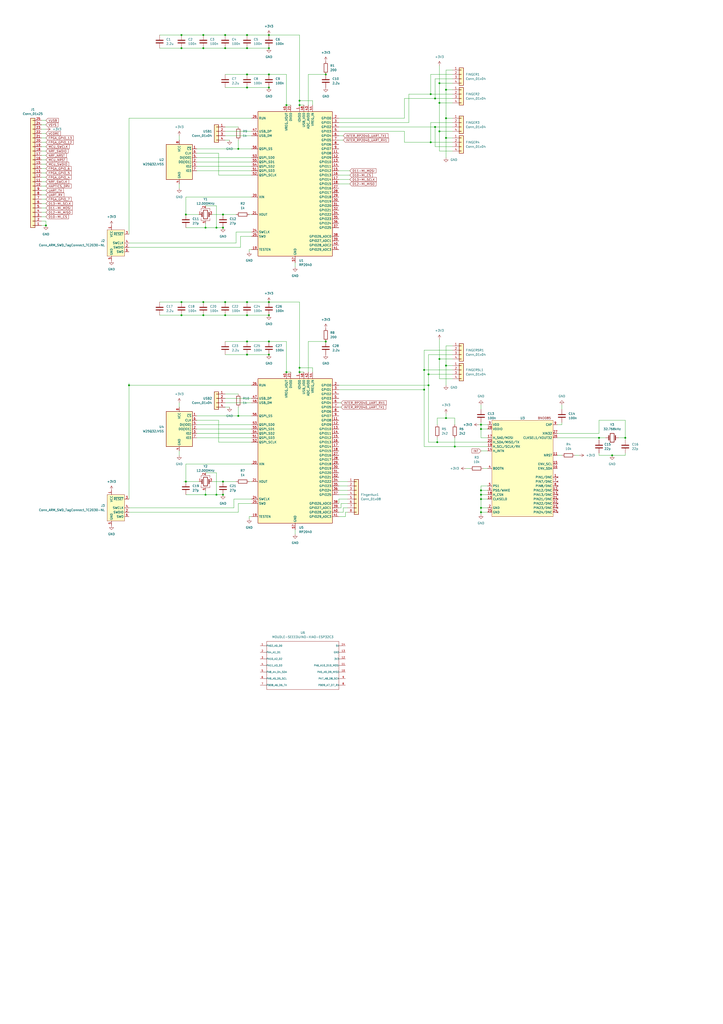
<source format=kicad_sch>
(kicad_sch (version 20230121) (generator eeschema)
  (paper "A2" portrait)
  (junction (at 107.95 124.46))
  (junction (at 107.95 279.4))
  (junction (at 125.73 287.02))
  (junction (at 279.4 287.02))
  (junction (at 166.37 60.96))
  (junction (at 173.99 213.36))
  (junction (at 119.38 287.02))
  (junction (at 279.4 297.18))
  (junction (at 264.16 259.08))
  (junction (at 130.81 182.88))
  (junction (at 138.43 241.3))
  (junction (at 143.51 205.74))
  (junction (at 166.37 215.9))
  (junction (at 259.08 68.58))
  (junction (at 252.73 73.66))
  (junction (at 363.22 254))
  (junction (at 259.08 242.57))
  (junction (at 105.41 182.88))
  (junction (at 105.41 20.32))
  (junction (at 118.11 182.88))
  (junction (at 143.51 20.32))
  (junction (at 118.11 175.26))
  (junction (at 105.41 175.26))
  (junction (at 173.99 58.42))
  (junction (at 248.92 223.52))
  (junction (at 129.54 124.46))
  (junction (at 173.99 215.9))
  (junction (at 156.21 198.12))
  (junction (at 259.08 80.01))
  (junction (at 248.92 217.17))
  (junction (at 156.21 27.94))
  (junction (at 156.21 50.8))
  (junction (at 252.73 57.15))
  (junction (at 130.81 27.94))
  (junction (at 246.38 226.06))
  (junction (at 255.27 59.69))
  (junction (at 74.93 223.52))
  (junction (at 255.27 48.26))
  (junction (at 259.08 212.09))
  (junction (at 156.21 182.88))
  (junction (at 125.73 132.08))
  (junction (at 254 256.54))
  (junction (at 143.51 50.8))
  (junction (at 255.27 76.2))
  (junction (at 119.38 132.08))
  (junction (at 26.67 130.81))
  (junction (at 246.38 214.63))
  (junction (at 347.98 254))
  (junction (at 279.4 284.48))
  (junction (at 143.51 175.26))
  (junction (at 105.41 27.94))
  (junction (at 259.08 52.07))
  (junction (at 129.54 279.4))
  (junction (at 250.19 82.55))
  (junction (at 129.54 132.08))
  (junction (at 173.99 60.96))
  (junction (at 130.81 20.32))
  (junction (at 143.51 182.88))
  (junction (at 156.21 43.18))
  (junction (at 189.23 43.18))
  (junction (at 255.27 208.28))
  (junction (at 156.21 205.74))
  (junction (at 156.21 20.32))
  (junction (at 118.11 27.94))
  (junction (at 189.23 198.12))
  (junction (at 138.43 86.36))
  (junction (at 279.4 248.92))
  (junction (at 143.51 198.12))
  (junction (at 279.4 289.56))
  (junction (at 143.51 27.94))
  (junction (at 129.54 287.02))
  (junction (at 355.6 264.16))
  (junction (at 250.19 54.61))
  (junction (at 279.4 246.38))
  (junction (at 143.51 43.18))
  (junction (at 156.21 175.26))
  (junction (at 279.4 294.64))
  (junction (at 130.81 175.26))
  (junction (at 118.11 20.32))
  (wire (pts (xy 248.92 205.74) (xy 248.92 217.17)))
  (wire (pts (xy 129.54 279.4) (xy 137.16 279.4)))
  (wire (pts (xy 105.41 20.32) (xy 92.71 20.32)))
  (wire (pts (xy 279.4 284.48) (xy 279.4 287.02)))
  (wire (pts (xy 279.4 234.95) (xy 279.4 237.49)))
  (wire (pts (xy 130.81 20.32) (xy 118.11 20.32)))
  (wire (pts (xy 125.73 274.32) (xy 125.73 287.02)))
  (wire (pts (xy 196.85 99.06) (xy 203.2 99.06)))
  (wire (pts (xy 363.22 243.84) (xy 363.22 254)))
  (wire (pts (xy 173.99 215.9) (xy 176.53 215.9)))
  (wire (pts (xy 196.85 78.74) (xy 199.39 78.74)))
  (wire (pts (xy 114.3 243.84) (xy 127 243.84)))
  (wire (pts (xy 259.08 200.66) (xy 259.08 212.09)))
  (wire (pts (xy 74.93 143.51) (xy 139.7 143.51)))
  (wire (pts (xy 237.49 54.61) (xy 250.19 54.61)))
  (wire (pts (xy 114.3 88.9) (xy 127 88.9)))
  (wire (pts (xy 107.95 287.02) (xy 119.38 287.02)))
  (wire (pts (xy 351.79 254) (xy 347.98 254)))
  (wire (pts (xy 24.13 82.55) (xy 26.67 82.55)))
  (wire (pts (xy 246.38 214.63) (xy 246.38 226.06)))
  (wire (pts (xy 114.3 246.38) (xy 146.05 246.38)))
  (wire (pts (xy 234.95 68.58) (xy 234.95 57.15)))
  (wire (pts (xy 130.81 78.74) (xy 146.05 78.74)))
  (wire (pts (xy 143.51 50.8) (xy 156.21 50.8)))
  (wire (pts (xy 262.89 200.66) (xy 259.08 200.66)))
  (wire (pts (xy 347.98 262.89) (xy 347.98 264.16)))
  (wire (pts (xy 254 254) (xy 254 256.54)))
  (wire (pts (xy 323.85 264.16) (xy 326.39 264.16)))
  (wire (pts (xy 130.81 236.22) (xy 133.35 236.22)))
  (wire (pts (xy 24.13 113.03) (xy 26.67 113.03)))
  (wire (pts (xy 92.71 182.88) (xy 105.41 182.88)))
  (wire (pts (xy 107.95 279.4) (xy 115.57 279.4)))
  (wire (pts (xy 123.19 279.4) (xy 129.54 279.4)))
  (wire (pts (xy 105.41 27.94) (xy 118.11 27.94)))
  (wire (pts (xy 107.95 269.24) (xy 146.05 269.24)))
  (wire (pts (xy 283.21 281.94) (xy 279.4 281.94)))
  (wire (pts (xy 143.51 198.12) (xy 130.81 198.12)))
  (wire (pts (xy 119.38 287.02) (xy 125.73 287.02)))
  (wire (pts (xy 114.3 248.92) (xy 146.05 248.92)))
  (wire (pts (xy 123.19 124.46) (xy 129.54 124.46)))
  (wire (pts (xy 270.51 271.78) (xy 273.05 271.78)))
  (wire (pts (xy 279.4 246.38) (xy 279.4 245.11)))
  (wire (pts (xy 323.85 254) (xy 347.98 254)))
  (wire (pts (xy 255.27 76.2) (xy 255.27 87.63)))
  (wire (pts (xy 118.11 182.88) (xy 130.81 182.88)))
  (wire (pts (xy 237.49 71.12) (xy 237.49 54.61)))
  (wire (pts (xy 279.4 248.92) (xy 279.4 246.38)))
  (wire (pts (xy 24.13 128.27) (xy 26.67 128.27)))
  (wire (pts (xy 334.01 264.16) (xy 336.55 264.16)))
  (wire (pts (xy 259.08 240.03) (xy 259.08 242.57)))
  (wire (pts (xy 262.89 40.64) (xy 259.08 40.64)))
  (wire (pts (xy 262.89 212.09) (xy 259.08 212.09)))
  (wire (pts (xy 279.4 254) (xy 283.21 254)))
  (wire (pts (xy 262.89 54.61) (xy 250.19 54.61)))
  (wire (pts (xy 173.99 213.36) (xy 173.99 215.9)))
  (wire (pts (xy 278.13 246.38) (xy 279.4 246.38)))
  (wire (pts (xy 135.89 289.56) (xy 135.89 294.64)))
  (wire (pts (xy 92.71 27.94) (xy 105.41 27.94)))
  (wire (pts (xy 74.93 68.58) (xy 146.05 68.58)))
  (wire (pts (xy 173.99 213.36) (xy 181.61 213.36)))
  (wire (pts (xy 264.16 259.08) (xy 283.21 259.08)))
  (wire (pts (xy 74.93 222.25) (xy 74.93 223.52)))
  (wire (pts (xy 280.67 271.78) (xy 283.21 271.78)))
  (wire (pts (xy 355.6 264.16) (xy 363.22 264.16)))
  (wire (pts (xy 107.95 114.3) (xy 107.95 124.46)))
  (wire (pts (xy 279.4 287.02) (xy 283.21 287.02)))
  (wire (pts (xy 248.92 256.54) (xy 254 256.54)))
  (wire (pts (xy 181.61 215.9) (xy 181.61 213.36)))
  (wire (pts (xy 24.13 110.49) (xy 26.67 110.49)))
  (wire (pts (xy 24.13 90.17) (xy 26.67 90.17)))
  (wire (pts (xy 125.73 132.08) (xy 129.54 132.08)))
  (wire (pts (xy 199.39 297.18) (xy 199.39 294.64)))
  (wire (pts (xy 74.93 223.52) (xy 74.93 289.56)))
  (wire (pts (xy 166.37 43.18) (xy 156.21 43.18)))
  (wire (pts (xy 119.38 132.08) (xy 125.73 132.08)))
  (wire (pts (xy 234.95 82.55) (xy 250.19 82.55)))
  (wire (pts (xy 127 101.6) (xy 146.05 101.6)))
  (wire (pts (xy 156.21 198.12) (xy 143.51 198.12)))
  (wire (pts (xy 264.16 254) (xy 264.16 259.08)))
  (wire (pts (xy 114.3 254) (xy 146.05 254)))
  (wire (pts (xy 138.43 292.1) (xy 146.05 292.1)))
  (wire (pts (xy 196.85 223.52) (xy 248.92 223.52)))
  (wire (pts (xy 135.89 294.64) (xy 74.93 294.64)))
  (wire (pts (xy 104.14 233.68) (xy 104.14 236.22)))
  (wire (pts (xy 129.54 124.46) (xy 137.16 124.46)))
  (wire (pts (xy 262.89 59.69) (xy 255.27 59.69)))
  (wire (pts (xy 24.13 105.41) (xy 26.67 105.41)))
  (wire (pts (xy 144.78 299.72) (xy 146.05 299.72)))
  (wire (pts (xy 259.08 40.64) (xy 259.08 52.07)))
  (wire (pts (xy 254 256.54) (xy 283.21 256.54)))
  (wire (pts (xy 250.19 43.18) (xy 262.89 43.18)))
  (wire (pts (xy 105.41 182.88) (xy 118.11 182.88)))
  (wire (pts (xy 24.13 120.65) (xy 26.67 120.65)))
  (wire (pts (xy 130.81 231.14) (xy 146.05 231.14)))
  (wire (pts (xy 171.45 307.34) (xy 171.45 309.88)))
  (wire (pts (xy 156.21 20.32) (xy 143.51 20.32)))
  (wire (pts (xy 279.4 246.38) (xy 283.21 246.38)))
  (wire (pts (xy 130.81 228.6) (xy 138.43 228.6)))
  (wire (pts (xy 143.51 20.32) (xy 130.81 20.32)))
  (wire (pts (xy 130.81 76.2) (xy 146.05 76.2)))
  (wire (pts (xy 138.43 297.18) (xy 138.43 292.1)))
  (wire (pts (xy 144.78 144.78) (xy 146.05 144.78)))
  (wire (pts (xy 143.51 205.74) (xy 156.21 205.74)))
  (wire (pts (xy 114.3 96.52) (xy 146.05 96.52)))
  (wire (pts (xy 196.85 233.68) (xy 198.12 233.68)))
  (wire (pts (xy 24.13 118.11) (xy 26.67 118.11)))
  (wire (pts (xy 130.81 182.88) (xy 143.51 182.88)))
  (wire (pts (xy 24.13 77.47) (xy 26.67 77.47)))
  (wire (pts (xy 181.61 60.96) (xy 181.61 58.42)))
  (wire (pts (xy 166.37 198.12) (xy 166.37 215.9)))
  (wire (pts (xy 196.85 299.72) (xy 200.66 299.72)))
  (wire (pts (xy 196.85 106.68) (xy 203.2 106.68)))
  (wire (pts (xy 196.85 279.4) (xy 201.93 279.4)))
  (wire (pts (xy 24.13 125.73) (xy 26.67 125.73)))
  (wire (pts (xy 144.78 279.4) (xy 146.05 279.4)))
  (wire (pts (xy 198.12 292.1) (xy 201.93 292.1)))
  (wire (pts (xy 130.81 73.66) (xy 138.43 73.66)))
  (wire (pts (xy 196.85 101.6) (xy 203.2 101.6)))
  (wire (pts (xy 246.38 203.2) (xy 246.38 214.63)))
  (wire (pts (xy 24.13 87.63) (xy 26.67 87.63)))
  (wire (pts (xy 252.73 45.72) (xy 262.89 45.72)))
  (wire (pts (xy 196.85 236.22) (xy 198.12 236.22)))
  (wire (pts (xy 179.07 198.12) (xy 189.23 198.12)))
  (wire (pts (xy 283.21 294.64) (xy 279.4 294.64)))
  (wire (pts (xy 254 246.38) (xy 254 242.57)))
  (wire (pts (xy 125.73 119.38) (xy 125.73 132.08)))
  (wire (pts (xy 179.07 43.18) (xy 189.23 43.18)))
  (wire (pts (xy 137.16 134.62) (xy 137.16 140.97)))
  (wire (pts (xy 323.85 251.46) (xy 347.98 251.46)))
  (wire (pts (xy 347.98 264.16) (xy 355.6 264.16)))
  (wire (pts (xy 107.95 124.46) (xy 115.57 124.46)))
  (wire (pts (xy 156.21 198.12) (xy 166.37 198.12)))
  (wire (pts (xy 252.73 73.66) (xy 262.89 73.66)))
  (wire (pts (xy 196.85 297.18) (xy 199.39 297.18)))
  (wire (pts (xy 74.93 297.18) (xy 138.43 297.18)))
  (wire (pts (xy 143.51 43.18) (xy 130.81 43.18)))
  (wire (pts (xy 179.07 198.12) (xy 179.07 215.9)))
  (wire (pts (xy 144.78 124.46) (xy 146.05 124.46)))
  (wire (pts (xy 252.73 85.09) (xy 252.73 73.66)))
  (wire (pts (xy 279.4 297.18) (xy 283.21 297.18)))
  (wire (pts (xy 119.38 284.48) (xy 119.38 287.02)))
  (wire (pts (xy 127 256.54) (xy 146.05 256.54)))
  (wire (pts (xy 156.21 43.18) (xy 143.51 43.18)))
  (wire (pts (xy 196.85 226.06) (xy 246.38 226.06)))
  (wire (pts (xy 24.13 100.33) (xy 26.67 100.33)))
  (wire (pts (xy 130.81 233.68) (xy 146.05 233.68)))
  (wire (pts (xy 279.4 294.64) (xy 279.4 297.18)))
  (wire (pts (xy 144.78 300.99) (xy 144.78 299.72)))
  (wire (pts (xy 262.89 82.55) (xy 250.19 82.55)))
  (wire (pts (xy 359.41 254) (xy 363.22 254)))
  (wire (pts (xy 24.13 115.57) (xy 26.67 115.57)))
  (wire (pts (xy 255.27 219.71) (xy 255.27 208.28)))
  (wire (pts (xy 138.43 81.28) (xy 138.43 86.36)))
  (wire (pts (xy 104.14 78.74) (xy 104.14 81.28)))
  (wire (pts (xy 196.85 68.58) (xy 234.95 68.58)))
  (wire (pts (xy 279.4 248.92) (xy 283.21 248.92)))
  (wire (pts (xy 114.3 99.06) (xy 146.05 99.06)))
  (wire (pts (xy 196.85 289.56) (xy 201.93 289.56)))
  (wire (pts (xy 166.37 43.18) (xy 166.37 60.96)))
  (wire (pts (xy 262.89 68.58) (xy 259.08 68.58)))
  (wire (pts (xy 173.99 20.32) (xy 173.99 58.42)))
  (wire (pts (xy 143.51 182.88) (xy 156.21 182.88)))
  (wire (pts (xy 26.67 74.93) (xy 24.13 74.93)))
  (wire (pts (xy 114.3 91.44) (xy 146.05 91.44)))
  (wire (pts (xy 173.99 175.26) (xy 173.99 213.36)))
  (wire (pts (xy 24.13 123.19) (xy 26.67 123.19)))
  (wire (pts (xy 323.85 246.38) (xy 326.39 246.38)))
  (wire (pts (xy 259.08 68.58) (xy 259.08 80.01)))
  (wire (pts (xy 125.73 287.02) (xy 129.54 287.02)))
  (wire (pts (xy 347.98 243.84) (xy 363.22 243.84)))
  (wire (pts (xy 196.85 76.2) (xy 234.95 76.2)))
  (wire (pts (xy 196.85 73.66) (xy 252.73 73.66)))
  (wire (pts (xy 196.85 287.02) (xy 201.93 287.02)))
  (wire (pts (xy 137.16 140.97) (xy 74.93 140.97)))
  (wire (pts (xy 259.08 212.09) (xy 259.08 223.52)))
  (wire (pts (xy 248.92 217.17) (xy 262.89 217.17)))
  (wire (pts (xy 259.08 52.07) (xy 259.08 68.58)))
  (wire (pts (xy 255.27 38.1) (xy 255.27 48.26)))
  (wire (pts (xy 118.11 27.94) (xy 130.81 27.94)))
  (wire (pts (xy 200.66 297.18) (xy 201.93 297.18)))
  (wire (pts (xy 198.12 294.64) (xy 198.12 292.1)))
  (wire (pts (xy 24.13 97.79) (xy 26.67 97.79)))
  (wire (pts (xy 262.89 205.74) (xy 248.92 205.74)))
  (wire (pts (xy 234.95 76.2) (xy 234.95 82.55)))
  (wire (pts (xy 24.13 72.39) (xy 26.67 72.39)))
  (wire (pts (xy 107.95 269.24) (xy 107.95 279.4)))
  (wire (pts (xy 139.7 143.51) (xy 139.7 137.16)))
  (wire (pts (xy 104.14 106.68) (xy 104.14 109.22)))
  (wire (pts (xy 179.07 43.18) (xy 179.07 60.96)))
  (wire (pts (xy 262.89 85.09) (xy 252.73 85.09)))
  (wire (pts (xy 279.4 281.94) (xy 279.4 284.48)))
  (wire (pts (xy 196.85 294.64) (xy 198.12 294.64)))
  (wire (pts (xy 119.38 129.54) (xy 119.38 132.08)))
  (wire (pts (xy 252.73 57.15) (xy 252.73 45.72)))
  (wire (pts (xy 173.99 60.96) (xy 176.53 60.96)))
  (wire (pts (xy 279.4 289.56) (xy 283.21 289.56)))
  (wire (pts (xy 173.99 58.42) (xy 173.99 60.96)))
  (wire (pts (xy 255.27 48.26) (xy 262.89 48.26)))
  (wire (pts (xy 326.39 234.95) (xy 326.39 237.49)))
  (wire (pts (xy 114.3 93.98) (xy 146.05 93.98)))
  (wire (pts (xy 196.85 71.12) (xy 237.49 71.12)))
  (wire (pts (xy 127 243.84) (xy 127 256.54)))
  (wire (pts (xy 196.85 284.48) (xy 201.93 284.48)))
  (wire (pts (xy 279.4 261.62) (xy 283.21 261.62)))
  (wire (pts (xy 156.21 20.32) (xy 173.99 20.32)))
  (wire (pts (xy 250.19 54.61) (xy 250.19 43.18)))
  (wire (pts (xy 173.99 58.42) (xy 181.61 58.42)))
  (wire (pts (xy 74.93 68.58) (xy 74.93 135.89)))
  (wire (pts (xy 248.92 223.52) (xy 248.92 256.54)))
  (wire (pts (xy 262.89 80.01) (xy 259.08 80.01)))
  (wire (pts (xy 143.51 27.94) (xy 156.21 27.94)))
  (wire (pts (xy 254 242.57) (xy 259.08 242.57)))
  (wire (pts (xy 24.13 130.81) (xy 26.67 130.81)))
  (wire (pts (xy 262.89 57.15) (xy 252.73 57.15)))
  (wire (pts (xy 114.3 251.46) (xy 146.05 251.46)))
  (wire (pts (xy 262.89 52.07) (xy 259.08 52.07)))
  (wire (pts (xy 143.51 175.26) (xy 130.81 175.26)))
  (wire (pts (xy 199.39 294.64) (xy 201.93 294.64)))
  (wire (pts (xy 24.13 107.95) (xy 26.67 107.95)))
  (wire (pts (xy 139.7 137.16) (xy 146.05 137.16)))
  (wire (pts (xy 130.81 50.8) (xy 143.51 50.8)))
  (wire (pts (xy 262.89 219.71) (xy 255.27 219.71)))
  (wire (pts (xy 279.4 297.18) (xy 279.4 298.45)))
  (wire (pts (xy 119.38 119.38) (xy 125.73 119.38)))
  (wire (pts (xy 118.11 175.26) (xy 105.41 175.26)))
  (wire (pts (xy 156.21 175.26) (xy 143.51 175.26)))
  (wire (pts (xy 255.27 208.28) (xy 262.89 208.28)))
  (wire (pts (xy 347.98 251.46) (xy 347.98 243.84)))
  (wire (pts (xy 146.05 114.3) (xy 107.95 114.3)))
  (wire (pts (xy 107.95 132.08) (xy 119.38 132.08)))
  (wire (pts (xy 250.19 82.55) (xy 250.19 71.12)))
  (wire (pts (xy 262.89 87.63) (xy 255.27 87.63)))
  (wire (pts (xy 24.13 95.25) (xy 26.67 95.25)))
  (wire (pts (xy 262.89 76.2) (xy 255.27 76.2)))
  (wire (pts (xy 259.08 242.57) (xy 264.16 242.57)))
  (wire (pts (xy 363.22 254) (xy 363.22 255.27)))
  (wire (pts (xy 234.95 57.15) (xy 252.73 57.15)))
  (wire (pts (xy 347.98 254) (xy 347.98 255.27)))
  (wire (pts (xy 250.19 71.12) (xy 262.89 71.12)))
  (wire (pts (xy 363.22 264.16) (xy 363.22 262.89)))
  (wire (pts (xy 138.43 86.36) (xy 146.05 86.36)))
  (wire (pts (xy 255.27 59.69) (xy 255.27 76.2)))
  (wire (pts (xy 279.4 284.48) (xy 283.21 284.48)))
  (wire (pts (xy 118.11 20.32) (xy 105.41 20.32)))
  (wire (pts (xy 24.13 102.87) (xy 26.67 102.87)))
  (wire (pts (xy 196.85 281.94) (xy 201.93 281.94)))
  (wire (pts (xy 74.93 223.52) (xy 146.05 223.52)))
  (wire (pts (xy 279.4 289.56) (xy 279.4 294.64)))
  (wire (pts (xy 255.27 48.26) (xy 255.27 59.69)))
  (wire (pts (xy 144.78 146.05) (xy 144.78 144.78)))
  (wire (pts (xy 255.27 208.28) (xy 255.27 196.85)))
  (wire (pts (xy 246.38 259.08) (xy 264.16 259.08)))
  (wire (pts (xy 246.38 214.63) (xy 262.89 214.63)))
  (wire (pts (xy 146.05 134.62) (xy 137.16 134.62)))
  (wire (pts (xy 200.66 299.72) (xy 200.66 297.18)))
  (wire (pts (xy 138.43 236.22) (xy 138.43 241.3)))
  (wire (pts (xy 107.95 279.4) (xy 106.68 279.4)))
  (wire (pts (xy 24.13 85.09) (xy 26.67 85.09)))
  (wire (pts (xy 196.85 292.1) (xy 196.85 289.56)))
  (wire (pts (xy 196.85 81.28) (xy 199.39 81.28)))
  (wire (pts (xy 264.16 242.57) (xy 264.16 246.38)))
  (wire (pts (xy 127 88.9) (xy 127 101.6)))
  (wire (pts (xy 130.81 81.28) (xy 133.35 81.28)))
  (wire (pts (xy 114.3 86.36) (xy 138.43 86.36)))
  (wire (pts (xy 248.92 217.17) (xy 248.92 223.52)))
  (wire (pts (xy 138.43 241.3) (xy 146.05 241.3)))
  (wire (pts (xy 114.3 241.3) (xy 138.43 241.3)))
  (wire (pts (xy 259.08 80.01) (xy 259.08 91.44)))
  (wire (pts (xy 279.4 248.92) (xy 279.4 254)))
  (wire (pts (xy 130.81 27.94) (xy 143.51 27.94)))
  (wire (pts (xy 26.67 128.27) (xy 26.67 130.81)))
  (wire (pts (xy 119.38 274.32) (xy 125.73 274.32)))
  (wire (pts (xy 24.13 92.71) (xy 26.67 92.71)))
  (wire (pts (xy 104.14 261.62) (xy 104.14 264.16)))
  (wire (pts (xy 130.81 205.74) (xy 143.51 205.74)))
  (wire (pts (xy 171.45 152.4) (xy 171.45 154.94)))
  (wire (pts (xy 105.41 175.26) (xy 92.71 175.26)))
  (wire (pts (xy 196.85 104.14) (xy 203.2 104.14)))
  (wire (pts (xy 24.13 69.85) (xy 26.67 69.85)))
  (wire (pts (xy 130.81 175.26) (xy 118.11 175.26)))
  (wire (pts (xy 246.38 203.2) (xy 262.89 203.2)))
  (wire (pts (xy 166.37 60.96) (xy 168.91 60.96)))
  (wire (pts (xy 156.21 175.26) (xy 173.99 175.26)))
  (wire (pts (xy 326.39 246.38) (xy 326.39 245.11)))
  (wire (pts (xy 24.13 80.01) (xy 26.67 80.01)))
  (wire (pts (xy 279.4 287.02) (xy 279.4 289.56)))
  (wire (pts (xy 246.38 226.06) (xy 246.38 259.08)))
  (wire (pts (xy 146.05 289.56) (xy 135.89 289.56)))
  (wire (pts (xy 166.37 215.9) (xy 168.91 215.9)))
  (global_label "NRF_SWDIO" (shape input) (at 26.67 87.63 0) (property "Intersheetrefs" "${INTERSHEET_REFS}" (effects hide)))
  (global_label "D10-MI_CS" (shape input) (at 26.67 125.73 0) (property "Intersheetrefs" "${INTERSHEET_REFS}" (effects hide)))
  (global_label "MCU_NRST" (shape input) (at 26.67 92.71 0) (property "Intersheetrefs" "${INTERSHEET_REFS}" (effects hide)))
  (global_label "D12-MI_MISO" (shape input) (at 26.67 123.19 0) (property "Intersheetrefs" "${INTERSHEET_REFS}" (effects hide)))
  (global_label "NRF_SWCLK" (shape input) (at 26.67 105.41 0) (property "Intersheetrefs" "${INTERSHEET_REFS}" (effects hide)))
  (global_label "UART_TX" (shape input) (at 26.67 110.49 0) (property "Intersheetrefs" "${INTERSHEET_REFS}" (effects hide)))
  (global_label "VSYS" (shape input) (at 26.67 72.39 0) (property "Intersheetrefs" "${INTERSHEET_REFS}" (effects hide)))
  (global_label "INTER_RP2040_UART_RX1" (shape input) (at 199.39 81.28 0) (property "Intersheetrefs" "${INTERSHEET_REFS}" (effects hide)))
  (global_label "D10-MI_CS" (shape input) (at 203.2 101.6 0) (property "Intersheetrefs" "${INTERSHEET_REFS}" (effects hide)))
  (global_label "INTER_RP2040_UART_TX1" (shape input) (at 199.39 78.74 0) (property "Intersheetrefs" "${INTERSHEET_REFS}" (effects hide)))
  (global_label "D11-MI_MOSI" (shape input) (at 203.2 99.06 0) (property "Intersheetrefs" "${INTERSHEET_REFS}" (effects hide)))
  (global_label "D13-MI_SCLK" (shape input) (at 26.67 118.11 0) (property "Intersheetrefs" "${INTERSHEET_REFS}" (effects hide)))
  (global_label "INT" (shape input) (at 279.4 261.62 180) (property "Intersheetrefs" "${INTERSHEET_REFS}" (effects hide)))
  (global_label "INTER_RP2040_UART_RX1" (shape input) (at 198.12 233.68 0) (property "Intersheetrefs" "${INTERSHEET_REFS}" (effects hide)))
  (global_label "D13-MI_SCLK" (shape input) (at 203.2 104.14 0) (property "Intersheetrefs" "${INTERSHEET_REFS}" (effects hide)))
  (global_label "UART_RX" (shape input) (at 26.67 113.03 0) (property "Intersheetrefs" "${INTERSHEET_REFS}" (effects hide)))
  (global_label "D11-MI_MOSI" (shape input) (at 26.67 120.65 0) (property "Intersheetrefs" "${INTERSHEET_REFS}" (effects hide)))
  (global_label "FPGA_GPIO_6" (shape input) (at 26.67 97.79 0) (property "Intersheetrefs" "${INTERSHEET_REFS}" (effects hide)))
  (global_label "FPGA_GPIO_13" (shape input) (at 26.67 80.01 0) (property "Intersheetrefs" "${INTERSHEET_REFS}" (effects hide)))
  (global_label "MCU_SWCLK" (shape input) (at 26.67 85.09 0) (property "Intersheetrefs" "${INTERSHEET_REFS}" (effects hide)))
  (global_label "INTER_RP2040_UART_TX1" (shape input) (at 198.12 236.22 0) (property "Intersheetrefs" "${INTERSHEET_REFS}" (effects hide)))
  (global_label "FPGA_GPIO_12" (shape input) (at 26.67 82.55 0) (property "Intersheetrefs" "${INTERSHEET_REFS}" (effects hide)))
  (global_label "FPGA_GPIO_4" (shape input) (at 26.67 102.87 0) (property "Intersheetrefs" "${INTERSHEET_REFS}" (effects hide)))
  (global_label "FPGA_GPIO_7" (shape input) (at 26.67 115.57 0) (property "Intersheetrefs" "${INTERSHEET_REFS}" (effects hide)))
  (global_label "HAPTICS_DRV" (shape input) (at 26.67 107.95 0) (property "Intersheetrefs" "${INTERSHEET_REFS}" (effects hide)))
  (global_label "VUSB" (shape input) (at 26.67 69.85 0) (property "Intersheetrefs" "${INTERSHEET_REFS}" (effects hide)))
  (global_label "D12-MI_MISO" (shape input) (at 203.2 106.68 0) (property "Intersheetrefs" "${INTERSHEET_REFS}" (effects hide)))
  (global_label "MCU_SWDIO" (shape input) (at 26.67 95.25 0) (property "Intersheetrefs" "${INTERSHEET_REFS}" (effects hide)))
  (global_label "FPGA_GPIO_5" (shape input) (at 26.67 100.33 0) (property "Intersheetrefs" "${INTERSHEET_REFS}" (effects hide)))
  (global_label "VCORE" (shape input) (at 26.67 77.47 0) (property "Intersheetrefs" "${INTERSHEET_REFS}" (effects hide)))
  (global_label "NRF_NRST" (shape input) (at 26.67 90.17 0) (property "Intersheetrefs" "${INTERSHEET_REFS}" (effects hide)))
  (symbol (lib_id "Connector_Generic:Conn_01x04") (at 267.97 54.61 0) (unit 1)
    (property "Reference" "FINGER2" (at 270.51 54.61 0) (effects (justify left)))
    (property "Value" "Conn_01x04" (at 270.51 57.15 0) (effects (justify left)))
    (property "Footprint" "Connector_JST:JST_SH_SM04B-SRSS-TB_1x04-1MP_P1.00mm_Horizontal" (effects hide))
  )
  (symbol (lib_id "Device:R") (at 189.23 39.37 0) (unit 1)
    (property "Reference" "R1" (at 191.77 38.1 0) (effects (justify left)))
    (property "Value" "200" (at 191.77 40.64 0) (effects (justify left)))
    (property "Footprint" "Resistor_SMD:R_0402_1005Metric" (effects hide))
  )
  (symbol (lib_id "power:GND") (at 144.78 146.05 0) (unit 1)
    (property "Reference" "#PWR05" (effects hide))
    (property "Value" "GND" (at 144.78 151.13 0))
  )
  (symbol (lib_id "Device:C") (at 92.71 179.07 0) (unit 1)
    (property "Reference" "C17" (at 96.52 177.8 0) (effects (justify left)))
    (property "Value" "2.2u" (at 96.52 180.34 0) (effects (justify left)))
    (property "Footprint" "Capacitor_SMD:C_0402_1005Metric" (effects hide))
  )
  (symbol (lib_id "power:GND") (at 26.67 130.81 0) (unit 1)
    (property "Reference" "#PWR02" (effects hide))
    (property "Value" "GND" (at 26.67 135.89 0))
  )
  (symbol (lib_id "Device:C") (at 107.95 128.27 0) (unit 1)
    (property "Reference" "C11" (at 111.76 127 0) (effects (justify left)))
    (property "Value" "27p" (at 111.76 129.54 0) (effects (justify left)))
    (property "Footprint" "Capacitor_SMD:C_0402_1005Metric" (effects hide))
  )
  (symbol (lib_id "Device:R") (at 140.97 124.46 90) (unit 1)
    (property "Reference" "R2" (at 140.97 118.11 90))
    (property "Value" "1k" (at 140.97 120.65 90))
    (property "Footprint" "Resistor_SMD:R_0402_1005Metric" (effects hide))
  )
  (symbol (lib_id "power:GND") (at 189.23 205.74 0) (unit 1)
    (property "Reference" "#PWR040" (effects hide))
    (property "Value" "GND" (at 189.23 210.82 0))
  )
  (symbol (lib_id "Device:C") (at 279.4 241.3 0) (unit 1)
    (property "Reference" "C13" (at 283.21 240.03 0) (effects (justify left)))
    (property "Value" "100n" (at 283.21 242.57 0) (effects (justify left)))
    (property "Footprint" "Capacitor_SMD:C_0402_1005Metric" (effects hide))
  )
  (symbol (lib_id "Memory_Flash:W25Q32JVSS") (at 104.14 93.98 0) (mirror y) (unit 1)
    (property "Reference" "U2" (at 95.25 92.71 0) (effects (justify left)))
    (property "Value" "W25Q32JVSS" (at 95.25 95.25 0) (effects (justify left)))
    (property "Footprint" "Package_SO:SOIC-8_5.23x5.23mm_P1.27mm" (effects hide))
    (property "Datasheet" "http://www.winbond.com/resource-files/w25q32jv%20revg%2003272018%20plus.pdf" (effects hide))
  )
  (symbol (lib_id "power:GND") (at 133.35 81.28 0) (unit 1)
    (property "Reference" "#PWR016" (effects hide))
    (property "Value" "GND" (at 133.35 86.36 0))
  )
  (symbol (lib_id "power:+3V3") (at 156.21 20.32 0) (unit 1)
    (property "Reference" "#PWR09" (effects hide))
    (property "Value" "+3V3" (at 156.21 15.24 0))
  )
  (symbol (lib_id "power:+3V3") (at 189.23 35.56 0) (unit 1)
    (property "Reference" "#PWR011" (effects hide))
    (property "Value" "+3V3" (at 189.23 30.48 0))
  )
  (symbol (lib_id "power:GND") (at 133.35 236.22 0) (unit 1)
    (property "Reference" "#PWR032" (effects hide))
    (property "Value" "GND" (at 133.35 241.3 0))
  )
  (symbol (lib_id "power:GND") (at 279.4 234.95 180) (unit 1)
    (property "Reference" "#PWR021" (effects hide))
    (property "Value" "GND" (at 279.4 229.87 0))
  )
  (symbol (lib_id "Connector:Conn_ARM_SWD_TagConnect_TC2030-NL") (at 67.31 140.97 0) (unit 1) (in_bom no)
    (property "Reference" "J2" (at 60.96 139.7 0) (effects (justify right)))
    (property "Value" "Conn_ARM_SWD_TagConnect_TC2030-NL" (at 60.96 142.24 0) (effects (justify right)))
    (property "Footprint" "Connector:Tag-Connect_TC2030-IDC-NL_2x03_P1.27mm_Vertical" (effects hide))
    (property "Datasheet" "https://www.tag-connect.com/wp-content/uploads/bsk-pdf-manager/TC2030-CTX_1.pdf" (effects hide))
  )
  (symbol (lib_id "power:GND") (at 259.08 91.44 0) (unit 1)
    (property "Reference" "#PWR020" (effects hide))
    (property "Value" "GND" (at 261.62 92.71 0) (effects (justify left)))
  )
  (symbol (lib_id "power:+3V3") (at 104.14 78.74 0) (unit 1)
    (property "Reference" "#PWR04" (effects hide))
    (property "Value" "+3V3" (at 104.14 73.66 0))
  )
  (symbol (lib_id "power:+3V3") (at 26.67 74.93 270) (unit 1)
    (property "Reference" "#PWR01" (effects hide))
    (property "Value" "+3V3" (at 30.48 74.93 90) (effects (justify left)))
  )
  (symbol (lib_id "Connector_Generic:Conn_01x04") (at 267.97 71.12 0) (unit 1)
    (property "Reference" "FINGER3" (at 270.51 71.12 0) (effects (justify left)))
    (property "Value" "Conn_01x04" (at 270.51 73.66 0) (effects (justify left)))
    (property "Footprint" "Connector_JST:JST_SH_SM04B-SRSS-TB_1x04-1MP_P1.00mm_Horizontal" (effects hide))
  )
  (symbol (lib_id "power:GND") (at 326.39 234.95 180) (unit 1)
    (property "Reference" "#PWR023" (effects hide))
    (property "Value" "GND" (at 326.39 229.87 0))
  )
  (symbol (lib_id "Device:R") (at 254 250.19 0) (unit 1)
    (property "Reference" "R5" (at 256.54 248.92 0) (effects (justify left)))
    (property "Value" "2k2" (at 256.54 251.46 0) (effects (justify left)))
    (property "Footprint" "Resistor_SMD:R_0402_1005Metric" (effects hide))
  )
  (symbol (lib_id "Device:Crystal_GND24") (at 119.38 124.46 0) (unit 1)
    (property "Reference" "Y1" (at 119.38 115.57 0))
    (property "Value" "12.000MHz" (at 119.38 118.11 0))
    (property "Footprint" "Crystal:Crystal_SMD_3225-4Pin_3.2x2.5mm" (effects hide))
    (property "Datasheet" "https://www.farnell.com/datasheets/2865826.pdf" (effects hide))
  )
  (symbol (lib_id "power:+3V3") (at 255.27 196.85 0) (unit 1)
    (property "Reference" "#PWR042" (effects hide))
    (property "Value" "+3V3" (at 255.27 191.77 0))
  )
  (symbol (lib_id "Connector:Conn_ARM_SWD_TagConnect_TC2030-NL") (at 67.31 294.64 0) (unit 1) (in_bom no)
    (property "Reference" "J3" (at 60.96 293.37 0) (effects (justify right)))
    (property "Value" "Conn_ARM_SWD_TagConnect_TC2030-NL" (at 60.96 295.91 0) (effects (justify right)))
    (property "Footprint" "Connector:Tag-Connect_TC2030-IDC-NL_2x03_P1.27mm_Vertical" (effects hide))
    (property "Datasheet" "https://www.tag-connect.com/wp-content/uploads/bsk-pdf-manager/TC2030-CTX_1.pdf" (effects hide))
  )
  (symbol (lib_id "Device:C") (at 156.21 46.99 0) (unit 1)
    (property "Reference" "C9" (at 160.02 45.72 0) (effects (justify left)))
    (property "Value" "100n" (at 160.02 48.26 0) (effects (justify left)))
    (property "Footprint" "Capacitor_SMD:C_0402_1005Metric" (effects hide))
  )
  (symbol (lib_id "Device:C") (at 156.21 179.07 0) (unit 1)
    (property "Reference" "C26" (at 160.02 177.8 0) (effects (justify left)))
    (property "Value" "100n" (at 160.02 180.34 0) (effects (justify left)))
    (property "Footprint" "Capacitor_SMD:C_0402_1005Metric" (effects hide))
  )
  (symbol (lib_id "Device:C") (at 143.51 201.93 0) (unit 1)
    (property "Reference" "C25" (at 147.32 200.66 0) (effects (justify left)))
    (property "Value" "100n" (at 147.32 203.2 0) (effects (justify left)))
    (property "Footprint" "Capacitor_SMD:C_0402_1005Metric" (effects hide))
  )
  (symbol (lib_id "power:GND") (at 279.4 298.45 0) (unit 1)
    (property "Reference" "#PWR022" (effects hide))
    (property "Value" "GND" (at 279.4 303.53 0))
  )
  (symbol (lib_id "Device:R") (at 330.2 264.16 270) (unit 1)
    (property "Reference" "R4" (at 330.2 257.81 90))
    (property "Value" "10k" (at 330.2 260.35 90))
    (property "Footprint" "Resistor_SMD:R_0402_1005Metric" (effects hide))
  )
  (symbol (lib_id "Device:C") (at 118.11 179.07 0) (unit 1)
    (property "Reference" "C20" (at 121.92 177.8 0) (effects (justify left)))
    (property "Value" "100n" (at 121.92 180.34 0) (effects (justify left)))
    (property "Footprint" "Capacitor_SMD:C_0402_1005Metric" (effects hide))
  )
  (symbol (lib_id "Device:C") (at 92.71 24.13 0) (unit 1)
    (property "Reference" "C1" (at 96.52 22.86 0) (effects (justify left)))
    (property "Value" "2.2u" (at 96.52 25.4 0) (effects (justify left)))
    (property "Footprint" "Capacitor_SMD:C_0402_1005Metric" (effects hide))
  )
  (symbol (lib_id "power:GND") (at 355.6 264.16 0) (unit 1)
    (property "Reference" "#PWR025" (effects hide))
    (property "Value" "GND" (at 355.6 269.24 0))
  )
  (symbol (lib_id "MCU_RaspberryPi:RP2040") (at 171.45 106.68 0) (unit 1)
    (property "Reference" "U1" (at 173.6441 151.13 0) (effects (justify left)))
    (property "Value" "RP2040" (at 173.6441 153.67 0) (effects (justify left)))
    (property "Footprint" "Package_DFN_QFN:QFN-56-1EP_7x7mm_P0.4mm_EP3.2x3.2mm" (effects hide))
    (property "Datasheet" "https://datasheets.raspberrypi.com/rp2040/rp2040-datasheet.pdf" (effects hide))
  )
  (symbol (lib_id "power:GND") (at 259.08 223.52 0) (unit 1)
    (property "Reference" "#PWR041" (effects hide))
    (property "Value" "GND" (at 261.62 224.79 0) (effects (justify left)))
  )
  (symbol (lib_id "power:+3V3") (at 336.55 264.16 270) (unit 1)
    (property "Reference" "#PWR024" (effects hide))
    (property "Value" "+3V3" (at 340.36 264.16 90) (effects (justify left)))
  )
  (symbol (lib_id "Device:C") (at 130.81 24.13 0) (unit 1)
    (property "Reference" "C4" (at 134.62 22.86 0) (effects (justify left)))
    (property "Value" "100n" (at 134.62 25.4 0) (effects (justify left)))
    (property "Footprint" "Capacitor_SMD:C_0402_1005Metric" (effects hide))
  )
  (symbol (lib_id "Device:R") (at 138.43 77.47 180) (unit 1)
    (property "Reference" "R9" (at 140.97 76.2 0) (effects (justify right)))
    (property "Value" "1k" (at 140.97 78.74 0) (effects (justify right)))
    (property "Footprint" "Resistor_SMD:R_0402_1005Metric" (effects hide))
  )
  (symbol (lib_id "power:GND") (at 156.21 27.94 0) (unit 1)
    (property "Reference" "#PWR07" (effects hide))
    (property "Value" "GND" (at 156.21 33.02 0))
  )
  (symbol (lib_id "power:+3V3") (at 278.13 246.38 90) (unit 1)
    (property "Reference" "#PWR018" (effects hide))
    (property "Value" "+3V3" (at 274.32 246.38 90) (effects (justify left)))
  )
  (symbol (lib_id "power:+3V3") (at 259.08 240.03 0) (unit 1)
    (property "Reference" "#PWR026" (effects hide))
    (property "Value" "+3V3" (at 259.08 234.95 0))
  )
  (symbol (lib_id "Device:C") (at 143.51 24.13 0) (unit 1)
    (property "Reference" "C5" (at 147.32 22.86 0) (effects (justify left)))
    (property "Value" "100n" (at 147.32 25.4 0) (effects (justify left)))
    (property "Footprint" "Capacitor_SMD:C_0402_1005Metric" (effects hide))
  )
  (symbol (lib_id "Device:C") (at 129.54 283.21 0) (unit 1)
    (property "Reference" "C21" (at 133.35 281.94 0) (effects (justify left)))
    (property "Value" "27p" (at 133.35 284.48 0) (effects (justify left)))
    (property "Footprint" "Capacitor_SMD:C_0402_1005Metric" (effects hide))
  )
  (symbol (lib_id "IMUs:BNO085") (at 303.53 270.51 0) (unit 1)
    (property "Reference" "U3" (at 303.53 242.57 0))
    (property "Footprint" "Package_LGA:LGA-28_5.2x3.8mm_P0.5mm" (effects hide))
  )
  (symbol (lib_id "Device:R") (at 140.97 279.4 90) (unit 1)
    (property "Reference" "R7" (at 140.97 273.05 90))
    (property "Value" "1k" (at 140.97 275.59 90))
    (property "Footprint" "Resistor_SMD:R_0402_1005Metric" (effects hide))
  )
  (symbol (lib_id "Device:C") (at 107.95 283.21 0) (unit 1)
    (property "Reference" "C19" (at 111.76 281.94 0) (effects (justify left)))
    (property "Value" "27p" (at 111.76 284.48 0) (effects (justify left)))
    (property "Footprint" "Capacitor_SMD:C_0402_1005Metric" (effects hide))
  )
  (symbol (lib_id "power:+3V3") (at 270.51 271.78 90) (unit 1)
    (property "Reference" "#PWR017" (effects hide))
    (property "Value" "+3V3" (at 266.7 271.78 90) (effects (justify left)))
  )
  (symbol (lib_id "power:GND") (at 129.54 132.08 0) (unit 1)
    (property "Reference" "#PWR013" (effects hide))
    (property "Value" "GND" (at 129.54 137.16 0))
  )
  (symbol (lib_id "Memory_Flash:W25Q32JVSS") (at 104.14 248.92 0) (mirror y) (unit 1)
    (property "Reference" "U4" (at 95.25 247.65 0) (effects (justify left)))
    (property "Value" "W25Q32JVSS" (at 95.25 250.19 0) (effects (justify left)))
    (property "Footprint" "Package_SO:SOIC-8_5.23x5.23mm_P1.27mm" (effects hide))
    (property "Datasheet" "http://www.winbond.com/resource-files/w25q32jv%20revg%2003272018%20plus.pdf" (effects hide))
  )
  (symbol (lib_id "power:+3V3") (at 64.77 130.81 0) (unit 1)
    (property "Reference" "#PWR014" (effects hide))
    (property "Value" "+3V3" (at 64.77 125.73 0))
  )
  (symbol (lib_id "Device:Crystal_GND24") (at 119.38 279.4 0) (unit 1)
    (property "Reference" "Y2" (at 119.38 270.51 0))
    (property "Value" "12.000MHz" (at 119.38 273.05 0))
    (property "Footprint" "Crystal:Crystal_SMD_3225-4Pin_3.2x2.5mm" (effects hide))
    (property "Datasheet" "https://www.farnell.com/datasheets/2865826.pdf" (effects hide))
  )
  (symbol (lib_id "Device:C") (at 326.39 241.3 0) (unit 1)
    (property "Reference" "C14" (at 330.2 240.03 0) (effects (justify left)))
    (property "Value" "100n" (at 330.2 242.57 0) (effects (justify left)))
    (property "Footprint" "Capacitor_SMD:C_0402_1005Metric" (effects hide))
  )
  (symbol (lib_id "Connector_Generic:Conn_01x04") (at 125.73 76.2 0) (mirror y) (unit 1)
    (property "Reference" "USB1" (at 123.19 76.2 0) (effects (justify left)))
    (property "Value" "Conn_01x04" (at 123.19 78.74 0) (effects (justify left)))
    (property "Footprint" "Connector_JST:JST_SH_SM04B-SRSS-TB_1x04-1MP_P1.00mm_Horizontal" (effects hide))
  )
  (symbol (lib_id "power:+3V3") (at 156.21 175.26 0) (unit 1)
    (property "Reference" "#PWR034" (effects hide))
    (property "Value" "+3V3" (at 156.21 170.18 0))
  )
  (symbol (lib_id "power:GND") (at 171.45 309.88 0) (unit 1)
    (property "Reference" "#PWR038" (effects hide))
    (property "Value" "GND" (at 171.45 314.96 0))
  )
  (symbol (lib_id "power:GND") (at 129.54 287.02 0) (unit 1)
    (property "Reference" "#PWR031" (effects hide))
    (property "Value" "GND" (at 129.54 292.1 0))
  )
  (symbol (lib_id "Device:R") (at 189.23 194.31 0) (unit 1)
    (property "Reference" "R8" (at 191.77 193.04 0) (effects (justify left)))
    (property "Value" "200" (at 191.77 195.58 0) (effects (justify left)))
    (property "Footprint" "Resistor_SMD:R_0402_1005Metric" (effects hide))
  )
  (symbol (lib_id "power:GND") (at 156.21 205.74 0) (unit 1)
    (property "Reference" "#PWR037" (effects hide))
    (property "Value" "GND" (at 156.21 210.82 0))
  )
  (symbol (lib_id "power:GND") (at 104.14 109.22 0) (unit 1)
    (property "Reference" "#PWR03" (effects hide))
    (property "Value" "GND" (at 104.14 114.3 0))
  )
  (symbol (lib_id "Device:R") (at 276.86 271.78 270) (unit 1)
    (property "Reference" "R3" (at 276.86 265.43 90))
    (property "Value" "10k" (at 276.86 267.97 90))
    (property "Footprint" "Resistor_SMD:R_0402_1005Metric" (effects hide))
  )
  (symbol (lib_id "power:GND") (at 156.21 50.8 0) (unit 1)
    (property "Reference" "#PWR08" (effects hide))
    (property "Value" "GND" (at 156.21 55.88 0))
  )
  (symbol (lib_id "power:GND") (at 144.78 300.99 0) (unit 1)
    (property "Reference" "#PWR033" (effects hide))
    (property "Value" "GND" (at 144.78 306.07 0))
  )
  (symbol (lib_id "Connector_Generic:Conn_01x08") (at 207.01 287.02 0) (unit 1)
    (property "Reference" "FingerAux1" (at 209.55 287.02 0) (effects (justify left)))
    (property "Value" "Conn_01x08" (at 209.55 289.56 0) (effects (justify left)))
    (property "Footprint" "Connector_JST:JST_SH_SM08B-SRSS-TB_1x08-1MP_P1.00mm_Horizontal" (effects hide))
  )
  (symbol (lib_id "Device:C") (at 105.41 179.07 0) (unit 1)
    (property "Reference" "C18" (at 109.22 177.8 0) (effects (justify left)))
    (property "Value" "100n" (at 109.22 180.34 0) (effects (justify left)))
    (property "Footprint" "Capacitor_SMD:C_0402_1005Metric" (effects hide))
  )
  (symbol (lib_id "power:GND") (at 64.77 151.13 0) (unit 1)
    (property "Reference" "#PWR015" (effects hide))
    (property "Value" "GND" (at 64.77 156.21 0))
  )
  (symbol (lib_id "Connector_Generic:Conn_01x04") (at 267.97 43.18 0) (unit 1)
    (property "Reference" "FINGER1" (at 270.51 43.18 0) (effects (justify left)))
    (property "Value" "Conn_01x04" (at 270.51 45.72 0) (effects (justify left)))
    (property "Footprint" "Connector_JST:JST_SH_SM04B-SRSS-TB_1x04-1MP_P1.00mm_Horizontal" (effects hide))
  )
  (symbol (lib_id "power:GND") (at 189.23 50.8 0) (unit 1)
    (property "Reference" "#PWR012" (effects hide))
    (property "Value" "GND" (at 189.23 55.88 0))
  )
  (symbol (lib_id "Connector_Generic:Conn_01x04") (at 267.97 203.2 0) (unit 1)
    (property "Reference" "FINGER5R1" (at 270.51 203.2 0) (effects (justify left)))
    (property "Value" "Conn_01x04" (at 270.51 205.74 0) (effects (justify left)))
    (property "Footprint" "Connector_JST:JST_SH_SM04B-SRSS-TB_1x04-1MP_P1.00mm_Horizontal" (effects hide))
  )
  (symbol (lib_id "Device:C") (at 143.51 46.99 0) (unit 1)
    (property "Reference" "C8" (at 147.32 45.72 0) (effects (justify left)))
    (property "Value" "100n" (at 147.32 48.26 0) (effects (justify left)))
    (property "Footprint" "Capacitor_SMD:C_0402_1005Metric" (effects hide))
  )
  (symbol (lib_id "power:+3V3") (at 64.77 284.48 0) (unit 1)
    (property "Reference" "#PWR027" (effects hide))
    (property "Value" "+3V3" (at 64.77 279.4 0))
  )
  (symbol (lib_id "Device:C") (at 156.21 201.93 0) (unit 1)
    (property "Reference" "C27" (at 160.02 200.66 0) (effects (justify left)))
    (property "Value" "100n" (at 160.02 203.2 0) (effects (justify left)))
    (property "Footprint" "Capacitor_SMD:C_0402_1005Metric" (effects hide))
  )
  (symbol (lib_id "Device:C") (at 118.11 24.13 0) (unit 1)
    (property "Reference" "C3" (at 121.92 22.86 0) (effects (justify left)))
    (property "Value" "100n" (at 121.92 25.4 0) (effects (justify left)))
    (property "Footprint" "Capacitor_SMD:C_0402_1005Metric" (effects hide))
  )
  (symbol (lib_id "power:+3V3") (at 189.23 190.5 0) (unit 1)
    (property "Reference" "#PWR039" (effects hide))
    (property "Value" "+3V3" (at 189.23 185.42 0))
  )
  (symbol (lib_id "power:GND") (at 156.21 182.88 0) (unit 1)
    (property "Reference" "#PWR035" (effects hide))
    (property "Value" "GND" (at 156.21 187.96 0))
  )
  (symbol (lib_id "MOUDLE-SEEEDUINO-XIAO-ESP32C3:MOUDLE-SEEEDUINO-XIAO-ESP32C3") (at 176.53 386.08 0) (unit 1)
    (property "Reference" "U6" (at 175.895 367.03 0))
    (property "Value" "MOUDLE-SEEEDUINO-XIAO-ESP32C3" (at 175.895 369.57 0))
    (property "Footprint" "footprints:MOUDLE14P-SMD-2.54-21X17.8MM" (effects hide))
  )
  (symbol (lib_id "Device:R") (at 264.16 250.19 0) (unit 1)
    (property "Reference" "R6" (at 266.7 248.92 0) (effects (justify left)))
    (property "Value" "2k2" (at 266.7 251.46 0) (effects (justify left)))
    (property "Footprint" "Resistor_SMD:R_0402_1005Metric" (effects hide))
  )
  (symbol (lib_id "Device:R") (at 138.43 232.41 180) (unit 1)
    (property "Reference" "R10" (at 140.97 231.14 0) (effects (justify right)))
    (property "Value" "1k" (at 140.97 233.68 0) (effects (justify right)))
    (property "Footprint" "Resistor_SMD:R_0402_1005Metric" (effects hide))
  )
  (symbol (lib_id "Device:C") (at 189.23 201.93 0) (unit 1)
    (property "Reference" "C28" (at 193.04 200.66 0) (effects (justify left)))
    (property "Value" "2.2u" (at 193.04 203.2 0) (effects (justify left)))
    (property "Footprint" "Capacitor_SMD:C_0402_1005Metric" (effects hide))
  )
  (symbol (lib_id "Device:C") (at 156.21 24.13 0) (unit 1)
    (property "Reference" "C6" (at 160.02 22.86 0) (effects (justify left)))
    (property "Value" "100n" (at 160.02 25.4 0) (effects (justify left)))
    (property "Footprint" "Capacitor_SMD:C_0402_1005Metric" (effects hide))
  )
  (symbol (lib_id "Connector_Generic:Conn_01x04") (at 267.97 214.63 0) (unit 1)
    (property "Reference" "FINGER5L1" (at 270.51 214.63 0) (effects (justify left)))
    (property "Value" "Conn_01x04" (at 270.51 217.17 0) (effects (justify left)))
    (property "Footprint" "Connector_JST:JST_SH_SM04B-SRSS-TB_1x04-1MP_P1.00mm_Horizontal" (effects hide))
  )
  (symbol (lib_id "Device:C") (at 363.22 259.08 0) (unit 1)
    (property "Reference" "C16" (at 367.03 257.81 0) (effects (justify left)))
    (property "Value" "22p" (at 367.03 260.35 0) (effects (justify left)))
    (property "Footprint" "Capacitor_SMD:C_0402_1005Metric" (effects hide))
  )
  (symbol (lib_id "power:GND") (at 64.77 304.8 0) (unit 1)
    (property "Reference" "#PWR028" (effects hide))
    (property "Value" "GND" (at 64.77 309.88 0))
  )
  (symbol (lib_id "Device:C") (at 129.54 128.27 0) (unit 1)
    (property "Reference" "C12" (at 133.35 127 0) (effects (justify left)))
    (property "Value" "27p" (at 133.35 129.54 0) (effects (justify left)))
    (property "Footprint" "Capacitor_SMD:C_0402_1005Metric" (effects hide))
  )
  (symbol (lib_id "power:GND") (at 171.45 154.94 0) (unit 1)
    (property "Reference" "#PWR06" (effects hide))
    (property "Value" "GND" (at 171.45 160.02 0))
  )
  (symbol (lib_id "Device:C") (at 143.51 179.07 0) (unit 1)
    (property "Reference" "C24" (at 147.32 177.8 0) (effects (justify left)))
    (property "Value" "100n" (at 147.32 180.34 0) (effects (justify left)))
    (property "Footprint" "Capacitor_SMD:C_0402_1005Metric" (effects hide))
  )
  (symbol (lib_id "power:GND") (at 104.14 264.16 0) (unit 1)
    (property "Reference" "#PWR030" (effects hide))
    (property "Value" "GND" (at 104.14 269.24 0))
  )
  (symbol (lib_id "Connector_Generic:Conn_01x04") (at 267.97 82.55 0) (unit 1)
    (property "Reference" "FINGER4" (at 270.51 82.55 0) (effects (justify left)))
    (property "Value" "Conn_01x04" (at 270.51 85.09 0) (effects (justify left)))
    (property "Footprint" "Connector_JST:JST_SH_SM04B-SRSS-TB_1x04-1MP_P1.00mm_Horizontal" (effects hide))
  )
  (symbol (lib_id "Device:C") (at 130.81 46.99 0) (unit 1)
    (property "Reference" "C7" (at 134.62 45.72 0) (effects (justify left)))
    (property "Value" "2.2u" (at 134.62 48.26 0) (effects (justify left)))
    (property "Footprint" "Capacitor_SMD:C_0402_1005Metric" (effects hide))
  )
  (symbol (lib_id "Connector_Generic:Conn_01x04") (at 125.73 231.14 0) (mirror y) (unit 1)
    (property "Reference" "USB2" (at 123.19 231.14 0) (effects (justify left)))
    (property "Value" "Conn_01x04" (at 123.19 233.68 0) (effects (justify left)))
    (property "Footprint" "Connector_JST:JST_SH_SM04B-SRSS-TB_1x04-1MP_P1.00mm_Horizontal" (effects hide))
  )
  (symbol (lib_id "power:+3V3") (at 104.14 233.68 0) (unit 1)
    (property "Reference" "#PWR029" (effects hide))
    (property "Value" "+3V3" (at 104.14 228.6 0))
  )
  (symbol (lib_id "Device:Crystal") (at 355.6 254 0) (unit 1)
    (property "Reference" "Y3" (at 355.6 246.38 0))
    (property "Value" "32.768kHz" (at 355.6 248.92 0))
    (property "Footprint" "Crystal:Crystal_SMD_2012-2Pin_2.0x1.2mm" (effects hide))
  )
  (symbol (lib_id "power:+3V3") (at 255.27 38.1 0) (unit 1)
    (property "Reference" "#PWR019" (effects hide))
    (property "Value" "+3V3" (at 255.27 33.02 0))
  )
  (symbol (lib_id "Device:C") (at 105.41 24.13 0) (unit 1)
    (property "Reference" "C2" (at 109.22 22.86 0) (effects (justify left)))
    (property "Value" "100n" (at 109.22 25.4 0) (effects (justify left)))
    (property "Footprint" "Capacitor_SMD:C_0402_1005Metric" (effects hide))
  )
  (symbol (lib_id "Device:C") (at 130.81 201.93 0) (unit 1)
    (property "Reference" "C23" (at 134.62 200.66 0) (effects (justify left)))
    (property "Value" "2.2u" (at 134.62 203.2 0) (effects (justify left)))
    (property "Footprint" "Capacitor_SMD:C_0402_1005Metric" (effects hide))
  )
  (symbol (lib_id "Connector_Generic:Conn_01x25") (at 19.05 100.33 180) (unit 1)
    (property "Reference" "J1" (at 19.05 63.5 0))
    (property "Value" "Conn_01x25" (at 19.05 66.04 0))
    (property "Footprint" "my_connectors:25PIN FRONT FLIP 0.6mm PITCH AYF332535A" (effects hide))
  )
  (symbol (lib_id "MCU_RaspberryPi:RP2040") (at 171.45 261.62 0) (unit 1)
    (property "Reference" "U5" (at 173.6441 306.07 0) (effects (justify left)))
    (property "Value" "RP2040" (at 173.6441 308.61 0) (effects (justify left)))
    (property "Footprint" "Package_DFN_QFN:QFN-56-1EP_7x7mm_P0.4mm_EP3.2x3.2mm" (effects hide))
    (property "Datasheet" "https://datasheets.raspberrypi.com/rp2040/rp2040-datasheet.pdf" (effects hide))
  )
  (symbol (lib_id "Device:C") (at 347.98 259.08 0) (unit 1)
    (property "Reference" "C15" (at 351.004 257.81 0) (effects (justify left)))
    (property "Value" "22p" (at 351.004 260.35 0) (effects (justify left)))
    (property "Footprint" "Capacitor_SMD:C_0402_1005Metric" (effects hide))
  )
  (symbol (lib_id "Device:C") (at 189.23 46.99 0) (unit 1)
    (property "Reference" "C10" (at 193.04 45.72 0) (effects (justify left)))
    (property "Value" "2.2u" (at 193.04 48.26 0) (effects (justify left)))
    (property "Footprint" "Capacitor_SMD:C_0402_1005Metric" (effects hide))
  )
  (symbol (lib_id "Device:C") (at 130.81 179.07 0) (unit 1)
    (property "Reference" "C22" (at 134.62 177.8 0) (effects (justify left)))
    (property "Value" "100n" (at 134.62 180.34 0) (effects (justify left)))
    (property "Footprint" "Capacitor_SMD:C_0402_1005Metric" (effects hide))
  )
)
</source>
